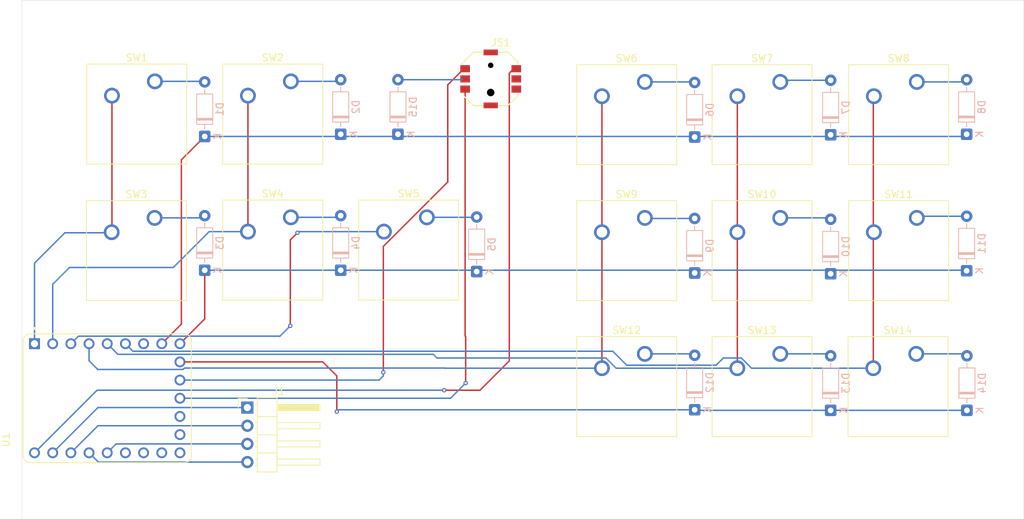
<source format=kicad_pcb>
(kicad_pcb (version 20241229) (generator "pcbnew") (generator_version "9.0")
  (layers (0 "F.Cu" signal) (2 "B.Cu" signal) (13 "F.Paste" user) (15 "B.Paste" user) (5 "F.SilkS" user "F.Silkscreen") (7 "B.SilkS" user "B.Silkscreen") (1 "F.Mask" user) (3 "B.Mask" user) (25 "Edge.Cuts" user))
  (net 0 "")
  (net 1 "Net-(D1-A)")
  (net 2 "row1")
  (net 3 "Net-(D2-A)")
  (net 4 "Net-(D3-A)")
  (net 5 "Net-(D4-A)")
  (net 6 "row0")
  (net 7 "Net-(D5-A)")
  (net 8 "Net-(D6-A)")
  (net 9 "Net-(D7-A)")
  (net 10 "Net-(D8-A)")
  (net 11 "Net-(D9-A)")
  (net 12 "Net-(D10-A)")
  (net 13 "Net-(D11-A)")
  (net 14 "row2")
  (net 15 "Net-(D12-A)")
  (net 16 "Net-(D13-A)")
  (net 17 "Net-(D14-A)")
  (net 18 "/SDA")
  (net 19 "/3V3")
  (net 20 "/SCL")
  (net 21 "/GND")
  (net 25 "/col0")
  (net 29 "/col2")
  (net 30 "/col1")
  (net 31 "/col3")
  (net 32 "/col4")
  (net 34 "/col5")
  (net 35 "/JS_Y")
  (net 36 "/JS_X")
  (net 37 "/JS1VCC")
  (net 38 "Net-(D15-A)")
  (footprint "RP2040-ZERO:MODULE_RP2040-ZERO" (layer "F.Cu") (at 93.42 115.62 90)
    (property "Reference" "U1" (at -5.825 -14.135 90) (layer "F.SilkS"))
    (property "Value" "RP2040-ZERO")
    (fp_line (start 8 -11.75) (end -8 -11.75) (stroke (width 0.127)) (layer "F.SilkS"))
    (fp_line (start -9 -10.75) (end -9 10.75) (stroke (width 0.127)) (layer "F.SilkS"))
    (fp_line (start 9 10.75) (end 9 -10.75) (stroke (width 0.127)) (layer "F.SilkS"))
    (fp_line (start -8 11.75) (end 8 11.75) (stroke (width 0.127)) (layer "F.SilkS"))
    (fp_arc (start 8 -11.75) (mid 8.707107 -11.457107) (end 9 -10.75) (stroke (width 0.127)) (layer "F.SilkS"))
    (fp_arc (start -9 -10.75) (mid -8.707107 -11.457107) (end -8 -11.75) (stroke (width 0.127)) (layer "F.SilkS"))
    (fp_arc (start 9 10.75) (mid 8.707107 11.457107) (end 8 11.75) (stroke (width 0.127)) (layer "F.SilkS"))
    (fp_arc (start -8 11.75) (mid -8.707107 11.457107) (end -9 10.75) (stroke (width 0.127)) (layer "F.SilkS"))
    (fp_circle (center 9.75 -10.16) (end 9.85 -10.16) (stroke (width 0.2)) (fill no) (layer "F.SilkS"))
    (pad "1" thru_hole rect (at 7.62 -10.16 90) (size 1.508 1.508) (drill 1) (layers "*.Cu" "*.Mask") (net 25 "/col0"))
    (pad "2" thru_hole circle (at 7.62 -7.62 90) (size 1.508 1.508) (drill 1) (layers "*.Cu" "*.Mask") (net 30 "/col1"))
    (pad "3" thru_hole circle (at 7.62 -5.08 90) (size 1.508 1.508) (drill 1) (layers "*.Cu" "*.Mask") (net 29 "/col2"))
    (pad "4" thru_hole circle (at 7.62 -2.54 90) (size 1.508 1.508) (drill 1) (layers "*.Cu" "*.Mask") (net 31 "/col3"))
    (pad "5" thru_hole circle (at 7.62 0 90) (size 1.508 1.508) (drill 1) (layers "*.Cu" "*.Mask") (net 32 "/col4"))
    (pad "6" thru_hole circle (at 7.62 2.54 90) (size 1.508 1.508) (drill 1) (layers "*.Cu" "*.Mask") (net 34 "/col5"))
    (pad "7" thru_hole circle (at 7.62 5.08 90) (size 1.508 1.508) (drill 1) (layers "*.Cu" "*.Mask"))
    (pad "8" thru_hole circle (at 7.62 7.62 90) (size 1.508 1.508) (drill 1) (layers "*.Cu" "*.Mask") (net 6 "row0"))
    (pad "9" thru_hole circle (at 7.62 10.16 90) (size 1.508 1.508) (drill 1) (layers "*.Cu" "*.Mask") (net 2 "row1"))
    (pad "10" thru_hole circle (at 5.08 10.16 90) (size 1.508 1.508) (drill 1) (layers "*.Cu" "*.Mask") (net 14 "row2"))
    (pad "11" thru_hole circle (at 2.54 10.16 90) (size 1.508 1.508) (drill 1) (layers "*.Cu" "*.Mask") (net 36 "/JS_X"))
    (pad "12" thru_hole circle (at 0 10.16 90) (size 1.508 1.508) (drill 1) (layers "*.Cu" "*.Mask") (net 35 "/JS_Y"))
    (pad "13" thru_hole circle (at -2.54 10.16 90) (size 1.508 1.508) (drill 1) (layers "*.Cu" "*.Mask"))
    (pad "14" thru_hole circle (at -5.08 10.16 90) (size 1.508 1.508) (drill 1) (layers "*.Cu" "*.Mask"))
    (pad "15" thru_hole circle (at -7.62 10.16 90) (size 1.508 1.508) (drill 1) (layers "*.Cu" "*.Mask"))
    (pad "16" thru_hole circle (at -7.62 7.62 90) (size 1.508 1.508) (drill 1) (layers "*.Cu" "*.Mask"))
    (pad "17" thru_hole circle (at -7.62 5.08 90) (size 1.508 1.508) (drill 1) (layers "*.Cu" "*.Mask"))
    (pad "18" thru_hole circle (at -7.62 2.54 90) (size 1.508 1.508) (drill 1) (layers "*.Cu" "*.Mask"))
    (pad "19" thru_hole circle (at -7.62 0 90) (size 1.508 1.508) (drill 1) (layers "*.Cu" "*.Mask") (net 20 "/SCL"))
    (pad "20" thru_hole circle (at -7.62 -2.54 90) (size 1.508 1.508) (drill 1) (layers "*.Cu" "*.Mask") (net 18 "/SDA"))
    (pad "21" thru_hole circle (at -7.62 -5.08 90) (size 1.508 1.508) (drill 1) (layers "*.Cu" "*.Mask") (net 19 "/3V3"))
    (pad "22" thru_hole circle (at -7.62 -7.62 90) (size 1.508 1.508) (drill 1) (layers "*.Cu" "*.Mask") (net 21 "/GND"))
    (pad "23" thru_hole circle (at -7.62 -10.16 90) (size 1.508 1.508) (drill 1) (layers "*.Cu" "*.Mask") (net 37 "/JS1VCC"))
  )
  (footprint "Button_Switch_Keyboard:SW_Cherry_MX_1.00u_PCB" (layer "F.Cu") (at 187.46 108.92)
    (property "Reference" "SW13" (at -2.54 -2.794 0) (layer "F.SilkS"))
    (property "Value" "SW_Push")
    (fp_line (start -9.525 -1.905) (end 4.445 -1.905) (stroke (width 0.12)) (layer "F.SilkS"))
    (fp_line (start -9.525 12.065) (end -9.525 -1.905) (stroke (width 0.12)) (layer "F.SilkS"))
    (fp_line (start 4.445 -1.905) (end 4.445 12.065) (stroke (width 0.12)) (layer "F.SilkS"))
    (fp_line (start 4.445 12.065) (end -9.525 12.065) (stroke (width 0.12)) (layer "F.SilkS"))
    (pad "" np_thru_hole circle (at -7.62 5.08) (size 1.7 1.7) (drill 1.7) (layers "*.Cu" "*.Mask"))
    (pad "" np_thru_hole circle (at -2.54 5.08) (size 4 4) (drill 4) (layers "*.Cu" "*.Mask"))
    (pad "" np_thru_hole circle (at 2.54 5.08) (size 1.7 1.7) (drill 1.7) (layers "*.Cu" "*.Mask"))
    (pad "1" thru_hole circle (at -6 2.5) (size 2.2 2.2) (drill 1.5) (layers "*.Cu" "*.Mask") (net 32 "/col4"))
    (pad "2" thru_hole circle (at 0 0.5) (size 2.2 2.2) (drill 1.5) (layers "*.Cu" "*.Mask") (net 16 "Net-(D13-A)"))
  )
  (footprint "Button_Switch_Keyboard:SW_Cherry_MX_1.00u_PCB" (layer "F.Cu") (at 206.54 70.92)
    (property "Reference" "SW8" (at -2.54 -2.794 0) (layer "F.SilkS"))
    (property "Value" "SW_Push")
    (fp_line (start -9.525 -1.905) (end 4.445 -1.905) (stroke (width 0.12)) (layer "F.SilkS"))
    (fp_line (start -9.525 12.065) (end -9.525 -1.905) (stroke (width 0.12)) (layer "F.SilkS"))
    (fp_line (start 4.445 -1.905) (end 4.445 12.065) (stroke (width 0.12)) (layer "F.SilkS"))
    (fp_line (start 4.445 12.065) (end -9.525 12.065) (stroke (width 0.12)) (layer "F.SilkS"))
    (pad "" np_thru_hole circle (at -7.62 5.08) (size 1.7 1.7) (drill 1.7) (layers "*.Cu" "*.Mask"))
    (pad "" np_thru_hole circle (at -2.54 5.08) (size 4 4) (drill 4) (layers "*.Cu" "*.Mask"))
    (pad "" np_thru_hole circle (at 2.54 5.08) (size 1.7 1.7) (drill 1.7) (layers "*.Cu" "*.Mask"))
    (pad "1" thru_hole circle (at -6 2.5) (size 2.2 2.2) (drill 1.5) (layers "*.Cu" "*.Mask") (net 34 "/col5"))
    (pad "2" thru_hole circle (at 0 0.5) (size 2.2 2.2) (drill 1.5) (layers "*.Cu" "*.Mask") (net 10 "Net-(D8-A)"))
  )
  (footprint "Button_Switch_Keyboard:SW_Cherry_MX_1.00u_PCB" (layer "F.Cu") (at 119.08 89.84)
    (property "Reference" "SW4" (at -2.54 -2.794 0) (layer "F.SilkS"))
    (property "Value" "SW_Push" (hide yes))
    (fp_line (start -9.525 -1.905) (end 4.445 -1.905) (stroke (width 0.12)) (layer "F.SilkS"))
    (fp_line (start -9.525 12.065) (end -9.525 -1.905) (stroke (width 0.12)) (layer "F.SilkS"))
    (fp_line (start 4.445 -1.905) (end 4.445 12.065) (stroke (width 0.12)) (layer "F.SilkS"))
    (fp_line (start 4.445 12.065) (end -9.525 12.065) (stroke (width 0.12)) (layer "F.SilkS"))
    (pad "" np_thru_hole circle (at -7.62 5.08) (size 1.7 1.7) (drill 1.7) (layers "*.Cu" "*.Mask"))
    (pad "" np_thru_hole circle (at -2.54 5.08) (size 4 4) (drill 4) (layers "*.Cu" "*.Mask"))
    (pad "" np_thru_hole circle (at 2.54 5.08) (size 1.7 1.7) (drill 1.7) (layers "*.Cu" "*.Mask"))
    (pad "1" thru_hole circle (at -6 2.5) (size 2.2 2.2) (drill 1.5) (layers "*.Cu" "*.Mask") (net 30 "/col1"))
    (pad "2" thru_hole circle (at 0 0.5) (size 2.2 2.2) (drill 1.5) (layers "*.Cu" "*.Mask") (net 5 "Net-(D4-A)"))
  )
  (footprint "Button_Switch_Keyboard:SW_Cherry_MX_1.00u_PCB" (layer "F.Cu") (at 206.54 89.92)
    (property "Reference" "SW11" (at -2.54 -2.794 0) (layer "F.SilkS"))
    (property "Value" "SW_Push")
    (fp_line (start -9.525 -1.905) (end 4.445 -1.905) (stroke (width 0.12)) (layer "F.SilkS"))
    (fp_line (start -9.525 12.065) (end -9.525 -1.905) (stroke (width 0.12)) (layer "F.SilkS"))
    (fp_line (start 4.445 -1.905) (end 4.445 12.065) (stroke (width 0.12)) (layer "F.SilkS"))
    (fp_line (start 4.445 12.065) (end -9.525 12.065) (stroke (width 0.12)) (layer "F.SilkS"))
    (pad "" np_thru_hole circle (at -7.62 5.08) (size 1.7 1.7) (drill 1.7) (layers "*.Cu" "*.Mask"))
    (pad "" np_thru_hole circle (at -2.54 5.08) (size 4 4) (drill 4) (layers "*.Cu" "*.Mask"))
    (pad "" np_thru_hole circle (at 2.54 5.08) (size 1.7 1.7) (drill 1.7) (layers "*.Cu" "*.Mask"))
    (pad "1" thru_hole circle (at -6 2.5) (size 2.2 2.2) (drill 1.5) (layers "*.Cu" "*.Mask") (net 34 "/col5"))
    (pad "2" thru_hole circle (at 0 0.5) (size 2.2 2.2) (drill 1.5) (layers "*.Cu" "*.Mask") (net 13 "Net-(D11-A)"))
  )
  (footprint "Button_Switch_Keyboard:SW_Cherry_MX_1.00u_PCB" (layer "F.Cu") (at 119.08 70.84)
    (property "Reference" "SW2" (at -2.54 -2.794 0) (layer "F.SilkS"))
    (property "Value" "SW_Push")
    (fp_line (start -9.525 -1.905) (end 4.445 -1.905) (stroke (width 0.12)) (layer "F.SilkS"))
    (fp_line (start -9.525 12.065) (end -9.525 -1.905) (stroke (width 0.12)) (layer "F.SilkS"))
    (fp_line (start 4.445 -1.905) (end 4.445 12.065) (stroke (width 0.12)) (layer "F.SilkS"))
    (fp_line (start 4.445 12.065) (end -9.525 12.065) (stroke (width 0.12)) (layer "F.SilkS"))
    (pad "" np_thru_hole circle (at -7.62 5.08) (size 1.7 1.7) (drill 1.7) (layers "*.Cu" "*.Mask"))
    (pad "" np_thru_hole circle (at -2.54 5.08) (size 4 4) (drill 4) (layers "*.Cu" "*.Mask"))
    (pad "" np_thru_hole circle (at 2.54 5.08) (size 1.7 1.7) (drill 1.7) (layers "*.Cu" "*.Mask"))
    (pad "1" thru_hole circle (at -6 2.5) (size 2.2 2.2) (drill 1.5) (layers "*.Cu" "*.Mask") (net 30 "/col1"))
    (pad "2" thru_hole circle (at 0 0.5) (size 2.2 2.2) (drill 1.5) (layers "*.Cu" "*.Mask") (net 3 "Net-(D2-A)"))
  )
  (footprint "Connector_PinHeader_2.54mm:PinHeader_1x04_P2.54mm_Horizontal" (layer "F.Cu") (at 113 116.92)
    (property "Reference" "J1" (at 4.385 -2.27 0) (layer "F.SilkS"))
    (property "Value" "Conn_01x04")
    (fp_line (start -1.27 -1.27) (end 0 -1.27) (stroke (width 0.12)) (layer "F.SilkS"))
    (fp_line (start -1.27 0) (end -1.27 -1.27) (stroke (width 0.12)) (layer "F.SilkS"))
    (fp_line (start 1.077358 2.11) (end 1.39 2.11) (stroke (width 0.12)) (layer "F.SilkS"))
    (fp_line (start 1.077358 2.97) (end 1.39 2.97) (stroke (width 0.12)) (layer "F.SilkS"))
    (fp_line (start 1.077358 4.65) (end 1.39 4.65) (stroke (width 0.12)) (layer "F.SilkS"))
    (fp_line (start 1.077358 5.51) (end 1.39 5.51) (stroke (width 0.12)) (layer "F.SilkS"))
    (fp_line (start 1.077358 7.19) (end 1.39 7.19) (stroke (width 0.12)) (layer "F.SilkS"))
    (fp_line (start 1.077358 8.05) (end 1.39 8.05) (stroke (width 0.12)) (layer "F.SilkS"))
    (fp_line (start 1.16 -0.43) (end 1.39 -0.43) (stroke (width 0.12)) (layer "F.SilkS"))
    (fp_line (start 1.16 0.43) (end 1.39 0.43) (stroke (width 0.12)) (layer "F.SilkS"))
    (fp_line (start 1.39 -1.38) (end 1.39 9) (stroke (width 0.12)) (layer "F.SilkS"))
    (fp_line (start 1.39 1.27) (end 4.15 1.27) (stroke (width 0.12)) (layer "F.SilkS"))
    (fp_line (start 1.39 3.81) (end 4.15 3.81) (stroke (width 0.12)) (layer "F.SilkS"))
    (fp_line (start 1.39 6.35) (end 4.15 6.35) (stroke (width 0.12)) (layer "F.SilkS"))
    (fp_line (start 1.39 9) (end 4.15 9) (stroke (width 0.12)) (layer "F.SilkS"))
    (fp_line (start 4.15 -1.38) (end 1.39 -1.38) (stroke (width 0.12)) (layer "F.SilkS"))
    (fp_line (start 4.15 2.11) (end 10.15 2.11) (stroke (width 0.12)) (layer "F.SilkS"))
    (fp_line (start 4.15 4.65) (end 10.15 4.65) (stroke (width 0.12)) (layer "F.SilkS"))
    (fp_line (start 4.15 7.19) (end 10.15 7.19) (stroke (width 0.12)) (layer "F.SilkS"))
    (fp_line (start 4.15 9) (end 4.15 -1.38) (stroke (width 0.12)) (layer "F.SilkS"))
    (fp_line (start 10.15 2.11) (end 10.15 2.97) (stroke (width 0.12)) (layer "F.SilkS"))
    (fp_line (start 10.15 2.97) (end 4.15 2.97) (stroke (width 0.12)) (layer "F.SilkS"))
    (fp_line (start 10.15 4.65) (end 10.15 5.51) (stroke (width 0.12)) (layer "F.SilkS"))
    (fp_line (start 10.15 5.51) (end 4.15 5.51) (stroke (width 0.12)) (layer "F.SilkS"))
    (fp_line (start 10.15 7.19) (end 10.15 8.05) (stroke (width 0.12)) (layer "F.SilkS"))
    (fp_line (start 10.15 8.05) (end 4.15 8.05) (stroke (width 0.12)) (layer "F.SilkS"))
    (fp_rect (start 4.15 -0.43) (end 10.15 0.43) (stroke (width 0.12)) (fill yes) (layer "F.SilkS"))
    (pad "1" thru_hole rect (at 0 0) (size 1.7 1.7) (drill 1) (layers "*.Cu" "*.Mask") (net 21 "/GND"))
    (pad "2" thru_hole circle (at 0 2.54) (size 1.7 1.7) (drill 1) (layers "*.Cu" "*.Mask") (net 19 "/3V3"))
    (pad "3" thru_hole circle (at 0 5.08) (size 1.7 1.7) (drill 1) (layers "*.Cu" "*.Mask") (net 20 "/SCL"))
    (pad "4" thru_hole circle (at 0 7.62) (size 1.7 1.7) (drill 1) (layers "*.Cu" "*.Mask") (net 18 "/SDA"))
  )
  (footprint "Button_Switch_Keyboard:SW_Cherry_MX_1.00u_PCB" (layer "F.Cu") (at 187.46 70.92)
    (property "Reference" "SW7" (at -2.54 -2.794 0) (layer "F.SilkS"))
    (property "Value" "SW_Push")
    (fp_line (start -9.525 -1.905) (end 4.445 -1.905) (stroke (width 0.12)) (layer "F.SilkS"))
    (fp_line (start -9.525 12.065) (end -9.525 -1.905) (stroke (width 0.12)) (layer "F.SilkS"))
    (fp_line (start 4.445 -1.905) (end 4.445 12.065) (stroke (width 0.12)) (layer "F.SilkS"))
    (fp_line (start 4.445 12.065) (end -9.525 12.065) (stroke (width 0.12)) (layer "F.SilkS"))
    (pad "" np_thru_hole circle (at -7.62 5.08) (size 1.7 1.7) (drill 1.7) (layers "*.Cu" "*.Mask"))
    (pad "" np_thru_hole circle (at -2.54 5.08) (size 4 4) (drill 4) (layers "*.Cu" "*.Mask"))
    (pad "" np_thru_hole circle (at 2.54 5.08) (size 1.7 1.7) (drill 1.7) (layers "*.Cu" "*.Mask"))
    (pad "1" thru_hole circle (at -6 2.5) (size 2.2 2.2) (drill 1.5) (layers "*.Cu" "*.Mask") (net 32 "/col4"))
    (pad "2" thru_hole circle (at 0 0.5) (size 2.2 2.2) (drill 1.5) (layers "*.Cu" "*.Mask") (net 9 "Net-(D7-A)"))
  )
  (footprint "Button_Switch_Keyboard:SW_Cherry_MX_1.00u_PCB" (layer "F.Cu") (at 138.08 89.84)
    (property "Reference" "SW5" (at -2.54 -2.794 0) (layer "F.SilkS"))
    (property "Value" "SW_Push")
    (fp_line (start -9.525 -1.905) (end 4.445 -1.905) (stroke (width 0.12)) (layer "F.SilkS"))
    (fp_line (start -9.525 12.065) (end -9.525 -1.905) (stroke (width 0.12)) (layer "F.SilkS"))
    (fp_line (start 4.445 -1.905) (end 4.445 12.065) (stroke (width 0.12)) (layer "F.SilkS"))
    (fp_line (start 4.445 12.065) (end -9.525 12.065) (stroke (width 0.12)) (layer "F.SilkS"))
    (pad "" np_thru_hole circle (at -7.62 5.08) (size 1.7 1.7) (drill 1.7) (layers "*.Cu" "*.Mask"))
    (pad "" np_thru_hole circle (at -2.54 5.08) (size 4 4) (drill 4) (layers "*.Cu" "*.Mask"))
    (pad "" np_thru_hole circle (at 2.54 5.08) (size 1.7 1.7) (drill 1.7) (layers "*.Cu" "*.Mask"))
    (pad "1" thru_hole circle (at -6 2.5) (size 2.2 2.2) (drill 1.5) (layers "*.Cu" "*.Mask") (net 29 "/col2"))
    (pad "2" thru_hole circle (at 0 0.5) (size 2.2 2.2) (drill 1.5) (layers "*.Cu" "*.Mask") (net 7 "Net-(D5-A)"))
  )
  (footprint "joy:SW_SKRHABE010_SMD" (layer "F.Cu") (at 147 71)
    (property "Reference" "JS1" (at 0 -4.5 0) (layer "F.SilkS") (effects (justify left bottom)))
    (property "Value" "joystick_analog")
    (fp_line (start -3.75 -2.4) (end -2.4 -3.75) (stroke (width 0.15)) (layer "F.SilkS"))
    (fp_line (start -3.75 2.4) (end -3.75 2.05) (stroke (width 0.15)) (layer "F.SilkS"))
    (fp_line (start -3.75 2.4) (end -2.4 3.75) (stroke (width 0.15)) (layer "F.SilkS"))
    (fp_line (start -1.1 -3.75) (end -2.4 -3.75) (stroke (width 0.15)) (layer "F.SilkS"))
    (fp_line (start -1.1 3.75) (end -2.4 3.75) (stroke (width 0.15)) (layer "F.SilkS"))
    (fp_line (start 1.1 -3.75) (end 2.4 -3.75) (stroke (width 0.15)) (layer "F.SilkS"))
    (fp_line (start 1.1 3.75) (end 2.4 3.75) (stroke (width 0.15)) (layer "F.SilkS"))
    (fp_line (start 3.75 -2.4) (end 2.4 -3.75) (stroke (width 0.15)) (layer "F.SilkS"))
    (fp_line (start 3.75 -2.4) (end 3.75 -2.05) (stroke (width 0.15)) (layer "F.SilkS"))
    (fp_line (start 3.75 2.4) (end 2.4 3.75) (stroke (width 0.15)) (layer "F.SilkS"))
    (fp_line (start 3.75 2.4) (end 3.75 2.05) (stroke (width 0.15)) (layer "F.SilkS"))
    (fp_circle (center -4 -2.125) (end -3.95 -2.125) (stroke (width 0.15)) (fill yes) (layer "F.SilkS"))
    (pad "" np_thru_hole circle (at 0 -1.9) (size 0.75 0.75) (drill 0.75) (layers "*.Mask"))
    (pad "" np_thru_hole circle (at 0 1.9) (size 1.05 1.05) (drill 1.05) (layers "*.Mask"))
    (pad "1" smd rect (at -3.575 -1.425 90) (size 1 1.35) (layers "F.Cu" "F.Mask" "F.Paste") (net 36 "/JS_X"))
    (pad "2" smd rect (at -3.575 0 90) (size 1 1.35) (layers "F.Cu" "F.Mask" "F.Paste") (net 38 "Net-(D15-A)"))
    (pad "3" smd rect (at -3.575 1.425 90) (size 1 1.35) (layers "F.Cu" "F.Mask" "F.Paste") (net 35 "/JS_Y"))
    (pad "4" smd rect (at 3.575 -1.425 90) (size 1 1.35) (layers "F.Cu" "F.Mask" "F.Paste") (net 37 "/JS1VCC"))
    (pad "5" smd rect (at 3.575 0 90) (size 1 1.35) (layers "F.Cu" "F.Mask" "F.Paste"))
    (pad "6" smd rect (at 3.575 1.425 90) (size 1 1.35) (layers "F.Cu" "F.Mask" "F.Paste"))
    (pad "MP" smd rect (at 0 -3.7 90) (size 0.8 2) (layers "F.Cu" "F.Mask" "F.Paste"))
    (pad "MP" smd rect (at 0 3.7 90) (size 0.8 2) (layers "F.Cu" "F.Mask" "F.Paste"))
  )
  (footprint "Button_Switch_Keyboard:SW_Cherry_MX_1.00u_PCB" (layer "F.Cu") (at 168.54 89.92)
    (property "Reference" "SW9" (at -2.54 -2.794 0) (layer "F.SilkS"))
    (property "Value" "SW_Push")
    (fp_line (start -9.525 -1.905) (end 4.445 -1.905) (stroke (width 0.12)) (layer "F.SilkS"))
    (fp_line (start -9.525 12.065) (end -9.525 -1.905) (stroke (width 0.12)) (layer "F.SilkS"))
    (fp_line (start 4.445 -1.905) (end 4.445 12.065) (stroke (width 0.12)) (layer "F.SilkS"))
    (fp_line (start 4.445 12.065) (end -9.525 12.065) (stroke (width 0.12)) (layer "F.SilkS"))
    (pad "" np_thru_hole circle (at -7.62 5.08) (size 1.7 1.7) (drill 1.7) (layers "*.Cu" "*.Mask"))
    (pad "" np_thru_hole circle (at -2.54 5.08) (size 4 4) (drill 4) (layers "*.Cu" "*.Mask"))
    (pad "" np_thru_hole circle (at 2.54 5.08) (size 1.7 1.7) (drill 1.7) (layers "*.Cu" "*.Mask"))
    (pad "1" thru_hole circle (at -6 2.5) (size 2.2 2.2) (drill 1.5) (layers "*.Cu" "*.Mask") (net 31 "/col3"))
    (pad "2" thru_hole circle (at 0 0.5) (size 2.2 2.2) (drill 1.5) (layers "*.Cu" "*.Mask") (net 11 "Net-(D9-A)"))
  )
  (footprint "Button_Switch_Keyboard:SW_Cherry_MX_1.00u_PCB" (layer "F.Cu") (at 100.04 89.92)
    (property "Reference" "SW3" (at -2.54 -2.794 0) (layer "F.SilkS"))
    (property "Value" "SW_Push")
    (fp_line (start -9.525 -1.905) (end 4.445 -1.905) (stroke (width 0.12)) (layer "F.SilkS"))
    (fp_line (start -9.525 12.065) (end -9.525 -1.905) (stroke (width 0.12)) (layer "F.SilkS"))
    (fp_line (start 4.445 -1.905) (end 4.445 12.065) (stroke (width 0.12)) (layer "F.SilkS"))
    (fp_line (start 4.445 12.065) (end -9.525 12.065) (stroke (width 0.12)) (layer "F.SilkS"))
    (pad "" np_thru_hole circle (at -7.62 5.08) (size 1.7 1.7) (drill 1.7) (layers "*.Cu" "*.Mask"))
    (pad "" np_thru_hole circle (at -2.54 5.08) (size 4 4) (drill 4) (layers "*.Cu" "*.Mask"))
    (pad "" np_thru_hole circle (at 2.54 5.08) (size 1.7 1.7) (drill 1.7) (layers "*.Cu" "*.Mask"))
    (pad "1" thru_hole circle (at -6 2.5) (size 2.2 2.2) (drill 1.5) (layers "*.Cu" "*.Mask") (net 25 "/col0"))
    (pad "2" thru_hole circle (at 0 0.5) (size 2.2 2.2) (drill 1.5) (layers "*.Cu" "*.Mask") (net 4 "Net-(D3-A)"))
  )
  (footprint "Button_Switch_Keyboard:SW_Cherry_MX_1.00u_PCB" (layer "F.Cu") (at 206.46 108.92)
    (property "Reference" "SW14" (at -2.54 -2.794 0) (layer "F.SilkS"))
    (property "Value" "SW_Push")
    (fp_line (start -9.525 -1.905) (end 4.445 -1.905) (stroke (width 0.12)) (layer "F.SilkS"))
    (fp_line (start -9.525 12.065) (end -9.525 -1.905) (stroke (width 0.12)) (layer "F.SilkS"))
    (fp_line (start 4.445 -1.905) (end 4.445 12.065) (stroke (width 0.12)) (layer "F.SilkS"))
    (fp_line (start 4.445 12.065) (end -9.525 12.065) (stroke (width 0.12)) (layer "F.SilkS"))
    (pad "" np_thru_hole circle (at -7.62 5.08) (size 1.7 1.7) (drill 1.7) (layers "*.Cu" "*.Mask"))
    (pad "" np_thru_hole circle (at -2.54 5.08) (size 4 4) (drill 4) (layers "*.Cu" "*.Mask"))
    (pad "" np_thru_hole circle (at 2.54 5.08) (size 1.7 1.7) (drill 1.7) (layers "*.Cu" "*.Mask"))
    (pad "1" thru_hole circle (at -6 2.5) (size 2.2 2.2) (drill 1.5) (layers "*.Cu" "*.Mask") (net 34 "/col5"))
    (pad "2" thru_hole circle (at 0 0.5) (size 2.2 2.2) (drill 1.5) (layers "*.Cu" "*.Mask") (net 17 "Net-(D14-A)"))
  )
  (footprint "Button_Switch_Keyboard:SW_Cherry_MX_1.00u_PCB" (layer "F.Cu") (at 100.08 70.84)
    (property "Reference" "SW1" (at -2.54 -2.794 0) (layer "F.SilkS"))
    (property "Value" "SW_Push")
    (fp_line (start -9.525 -1.905) (end 4.445 -1.905) (stroke (width 0.12)) (layer "F.SilkS"))
    (fp_line (start -9.525 12.065) (end -9.525 -1.905) (stroke (width 0.12)) (layer "F.SilkS"))
    (fp_line (start 4.445 -1.905) (end 4.445 12.065) (stroke (width 0.12)) (layer "F.SilkS"))
    (fp_line (start 4.445 12.065) (end -9.525 12.065) (stroke (width 0.12)) (layer "F.SilkS"))
    (pad "" np_thru_hole circle (at -7.62 5.08) (size 1.7 1.7) (drill 1.7) (layers "*.Cu" "*.Mask"))
    (pad "" np_thru_hole circle (at -2.54 5.08) (size 4 4) (drill 4) (layers "*.Cu" "*.Mask"))
    (pad "" np_thru_hole circle (at 2.54 5.08) (size 1.7 1.7) (drill 1.7) (layers "*.Cu" "*.Mask"))
    (pad "1" thru_hole circle (at -6 2.5) (size 2.2 2.2) (drill 1.5) (layers "*.Cu" "*.Mask") (net 25 "/col0"))
    (pad "2" thru_hole circle (at 0 0.5) (size 2.2 2.2) (drill 1.5) (layers "*.Cu" "*.Mask") (net 1 "Net-(D1-A)"))
  )
  (footprint "Button_Switch_Keyboard:SW_Cherry_MX_1.00u_PCB" (layer "F.Cu") (at 168.54 70.92)
    (property "Reference" "SW6" (at -2.54 -2.794 0) (layer "F.SilkS"))
    (property "Value" "SW_Push")
    (fp_line (start -9.525 -1.905) (end 4.445 -1.905) (stroke (width 0.12)) (layer "F.SilkS"))
    (fp_line (start -9.525 12.065) (end -9.525 -1.905) (stroke (width 0.12)) (layer "F.SilkS"))
    (fp_line (start 4.445 -1.905) (end 4.445 12.065) (stroke (width 0.12)) (layer "F.SilkS"))
    (fp_line (start 4.445 12.065) (end -9.525 12.065) (stroke (width 0.12)) (layer "F.SilkS"))
    (pad "" np_thru_hole circle (at -7.62 5.08) (size 1.7 1.7) (drill 1.7) (layers "*.Cu" "*.Mask"))
    (pad "" np_thru_hole circle (at -2.54 5.08) (size 4 4) (drill 4) (layers "*.Cu" "*.Mask"))
    (pad "" np_thru_hole circle (at 2.54 5.08) (size 1.7 1.7) (drill 1.7) (layers "*.Cu" "*.Mask"))
    (pad "1" thru_hole circle (at -6 2.5) (size 2.2 2.2) (drill 1.5) (layers "*.Cu" "*.Mask") (net 31 "/col3"))
    (pad "2" thru_hole circle (at 0 0.5) (size 2.2 2.2) (drill 1.5) (layers "*.Cu" "*.Mask") (net 8 "Net-(D6-A)"))
  )
  (footprint "Button_Switch_Keyboard:SW_Cherry_MX_1.00u_PCB" (layer "F.Cu") (at 168.54 108.92)
    (property "Reference" "SW12" (at -2.54 -2.794 0) (layer "F.SilkS"))
    (property "Value" "SW_Push")
    (fp_line (start -9.525 -1.905) (end 4.445 -1.905) (stroke (width 0.12)) (layer "F.SilkS"))
    (fp_line (start -9.525 12.065) (end -9.525 -1.905) (stroke (width 0.12)) (layer "F.SilkS"))
    (fp_line (start 4.445 -1.905) (end 4.445 12.065) (stroke (width 0.12)) (layer "F.SilkS"))
    (fp_line (start 4.445 12.065) (end -9.525 12.065) (stroke (width 0.12)) (layer "F.SilkS"))
    (pad "" np_thru_hole circle (at -7.62 5.08) (size 1.7 1.7) (drill 1.7) (layers "*.Cu" "*.Mask"))
    (pad "" np_thru_hole circle (at -2.54 5.08) (size 4 4) (drill 4) (layers "*.Cu" "*.Mask"))
    (pad "" np_thru_hole circle (at 2.54 5.08) (size 1.7 1.7) (drill 1.7) (layers "*.Cu" "*.Mask"))
    (pad "1" thru_hole circle (at -6 2.5) (size 2.2 2.2) (drill 1.5) (layers "*.Cu" "*.Mask") (net 31 "/col3"))
    (pad "2" thru_hole circle (at 0 0.5) (size 2.2 2.2) (drill 1.5) (layers "*.Cu" "*.Mask") (net 15 "Net-(D12-A)"))
  )
  (footprint "Button_Switch_Keyboard:SW_Cherry_MX_1.00u_PCB" (layer "F.Cu") (at 187.46 89.92)
    (property "Reference" "SW10" (at -2.54 -2.794 0) (layer "F.SilkS"))
    (property "Value" "SW_Push")
    (fp_line (start -9.525 -1.905) (end 4.445 -1.905) (stroke (width 0.12)) (layer "F.SilkS"))
    (fp_line (start -9.525 12.065) (end -9.525 -1.905) (stroke (width 0.12)) (layer "F.SilkS"))
    (fp_line (start 4.445 -1.905) (end 4.445 12.065) (stroke (width 0.12)) (layer "F.SilkS"))
    (fp_line (start 4.445 12.065) (end -9.525 12.065) (stroke (width 0.12)) (layer "F.SilkS"))
    (pad "" np_thru_hole circle (at -7.62 5.08) (size 1.7 1.7) (drill 1.7) (layers "*.Cu" "*.Mask"))
    (pad "" np_thru_hole circle (at -2.54 5.08) (size 4 4) (drill 4) (layers "*.Cu" "*.Mask"))
    (pad "" np_thru_hole circle (at 2.54 5.08) (size 1.7 1.7) (drill 1.7) (layers "*.Cu" "*.Mask"))
    (pad "1" thru_hole circle (at -6 2.5) (size 2.2 2.2) (drill 1.5) (layers "*.Cu" "*.Mask") (net 32 "/col4"))
    (pad "2" thru_hole circle (at 0 0.5) (size 2.2 2.2) (drill 1.5) (layers "*.Cu" "*.Mask") (net 12 "Net-(D10-A)"))
  )
  (footprint "Diode_THT:D_DO-35_SOD27_P7.62mm_Horizontal" (layer "B.Cu") (at 145.04 97.92 90)
    (property "Reference" "D5" (at 3.81 2.12 90) (layer "B.SilkS") (effects (justify mirror)))
    (property "Value" "D")
    (fp_line (start 6.58 0) (end 5.93 0) (stroke (width 0.12)) (layer "B.SilkS"))
    (fp_line (start 1.04 0) (end 1.69 0) (stroke (width 0.12)) (layer "B.SilkS"))
    (fp_line (start 2.53 1.12) (end 2.53 -1.12) (stroke (width 0.12)) (layer "B.SilkS"))
    (fp_line (start 2.41 1.12) (end 2.41 -1.12) (stroke (width 0.12)) (layer "B.SilkS"))
    (fp_line (start 2.29 1.12) (end 2.29 -1.12) (stroke (width 0.12)) (layer "B.SilkS"))
    (fp_rect (start 1.69 1.12) (end 5.93 -1.12) (stroke (width 0.12)) (fill no) (layer "B.SilkS"))
    (fp_text user "K" (at 0 1.8 90) (layer "B.SilkS") (effects (justify mirror)))
    (pad "1" thru_hole roundrect (at 0 0 90) (size 1.6 1.6) (drill 0.8) (layers "*.Cu" "*.Mask") (roundrect_rratio 0.15625) (net 2 "row1"))
    (pad "2" thru_hole circle (at 7.62 0 90) (size 1.6 1.6) (drill 0.8) (layers "*.Cu" "*.Mask") (net 7 "Net-(D5-A)"))
  )
  (footprint "Diode_THT:D_DO-35_SOD27_P7.62mm_Horizontal" (layer "B.Cu") (at 213.5 97.81 90)
    (property "Reference" "D11" (at 3.81 2.12 90) (layer "B.SilkS") (effects (justify mirror)))
    (property "Value" "D")
    (fp_line (start 6.58 0) (end 5.93 0) (stroke (width 0.12)) (layer "B.SilkS"))
    (fp_line (start 1.04 0) (end 1.69 0) (stroke (width 0.12)) (layer "B.SilkS"))
    (fp_line (start 2.53 1.12) (end 2.53 -1.12) (stroke (width 0.12)) (layer "B.SilkS"))
    (fp_line (start 2.41 1.12) (end 2.41 -1.12) (stroke (width 0.12)) (layer "B.SilkS"))
    (fp_line (start 2.29 1.12) (end 2.29 -1.12) (stroke (width 0.12)) (layer "B.SilkS"))
    (fp_rect (start 1.69 1.12) (end 5.93 -1.12) (stroke (width 0.12)) (fill no) (layer "B.SilkS"))
    (fp_text user "K" (at 0 1.8 90) (layer "B.SilkS") (effects (justify mirror)))
    (pad "1" thru_hole roundrect (at 0 0 90) (size 1.6 1.6) (drill 0.8) (layers "*.Cu" "*.Mask") (roundrect_rratio 0.15625) (net 2 "row1"))
    (pad "2" thru_hole circle (at 7.62 0 90) (size 1.6 1.6) (drill 0.8) (layers "*.Cu" "*.Mask") (net 13 "Net-(D11-A)"))
  )
  (footprint "Diode_THT:D_DO-35_SOD27_P7.62mm_Horizontal" (layer "B.Cu") (at 213.5 78.73 90)
    (property "Reference" "D8" (at 3.81 2.12 90) (layer "B.SilkS") (effects (justify mirror)))
    (property "Value" "D")
    (fp_line (start 6.58 0) (end 5.93 0) (stroke (width 0.12)) (layer "B.SilkS"))
    (fp_line (start 1.04 0) (end 1.69 0) (stroke (width 0.12)) (layer "B.SilkS"))
    (fp_line (start 2.53 1.12) (end 2.53 -1.12) (stroke (width 0.12)) (layer "B.SilkS"))
    (fp_line (start 2.41 1.12) (end 2.41 -1.12) (stroke (width 0.12)) (layer "B.SilkS"))
    (fp_line (start 2.29 1.12) (end 2.29 -1.12) (stroke (width 0.12)) (layer "B.SilkS"))
    (fp_rect (start 1.69 1.12) (end 5.93 -1.12) (stroke (width 0.12)) (fill no) (layer "B.SilkS"))
    (fp_text user "K" (at 0 1.8 90) (layer "B.SilkS") (effects (justify mirror)))
    (pad "1" thru_hole roundrect (at 0 0 90) (size 1.6 1.6) (drill 0.8) (layers "*.Cu" "*.Mask") (roundrect_rratio 0.15625) (net 6 "row0"))
    (pad "2" thru_hole circle (at 7.62 0 90) (size 1.6 1.6) (drill 0.8) (layers "*.Cu" "*.Mask") (net 10 "Net-(D8-A)"))
  )
  (footprint "Diode_THT:D_DO-35_SOD27_P7.62mm_Horizontal" (layer "B.Cu") (at 175.5 98.12 90)
    (property "Reference" "D9" (at 3.81 2.12 90) (layer "B.SilkS") (effects (justify mirror)))
    (property "Value" "D")
    (fp_line (start 6.58 0) (end 5.93 0) (stroke (width 0.12)) (layer "B.SilkS"))
    (fp_line (start 1.04 0) (end 1.69 0) (stroke (width 0.12)) (layer "B.SilkS"))
    (fp_line (start 2.53 1.12) (end 2.53 -1.12) (stroke (width 0.12)) (layer "B.SilkS"))
    (fp_line (start 2.41 1.12) (end 2.41 -1.12) (stroke (width 0.12)) (layer "B.SilkS"))
    (fp_line (start 2.29 1.12) (end 2.29 -1.12) (stroke (width 0.12)) (layer "B.SilkS"))
    (fp_rect (start 1.69 1.12) (end 5.93 -1.12) (stroke (width 0.12)) (fill no) (layer "B.SilkS"))
    (fp_text user "K" (at 0 1.8 90) (layer "B.SilkS") (effects (justify mirror)))
    (pad "1" thru_hole roundrect (at 0 0 90) (size 1.6 1.6) (drill 0.8) (layers "*.Cu" "*.Mask") (roundrect_rratio 0.15625) (net 2 "row1"))
    (pad "2" thru_hole circle (at 7.62 0 90) (size 1.6 1.6) (drill 0.8) (layers "*.Cu" "*.Mask") (net 11 "Net-(D9-A)"))
  )
  (footprint "Diode_THT:D_DO-35_SOD27_P7.62mm_Horizontal" (layer "B.Cu") (at 126.04 78.73 90)
    (property "Reference" "D2" (at 3.81 2.12 90) (layer "B.SilkS") (effects (justify mirror)))
    (property "Value" "D")
    (fp_line (start 6.58 0) (end 5.93 0) (stroke (width 0.12)) (layer "B.SilkS"))
    (fp_line (start 1.04 0) (end 1.69 0) (stroke (width 0.12)) (layer "B.SilkS"))
    (fp_line (start 2.53 1.12) (end 2.53 -1.12) (stroke (width 0.12)) (layer "B.SilkS"))
    (fp_line (start 2.41 1.12) (end 2.41 -1.12) (stroke (width 0.12)) (layer "B.SilkS"))
    (fp_line (start 2.29 1.12) (end 2.29 -1.12) (stroke (width 0.12)) (layer "B.SilkS"))
    (fp_rect (start 1.69 1.12) (end 5.93 -1.12) (stroke (width 0.12)) (fill no) (layer "B.SilkS"))
    (fp_text user "K" (at 0 1.8 90) (layer "B.SilkS") (effects (justify mirror)))
    (pad "1" thru_hole roundrect (at 0 0 90) (size 1.6 1.6) (drill 0.8) (layers "*.Cu" "*.Mask") (roundrect_rratio 0.15625) (net 6 "row0"))
    (pad "2" thru_hole circle (at 7.62 0 90) (size 1.6 1.6) (drill 0.8) (layers "*.Cu" "*.Mask") (net 3 "Net-(D2-A)"))
  )
  (footprint "Diode_THT:D_DO-35_SOD27_P7.62mm_Horizontal" (layer "B.Cu") (at 194.5 98.23 90)
    (property "Reference" "D10" (at 3.81 2.12 90) (layer "B.SilkS") (effects (justify mirror)))
    (property "Value" "D")
    (fp_line (start 6.58 0) (end 5.93 0) (stroke (width 0.12)) (layer "B.SilkS"))
    (fp_line (start 1.04 0) (end 1.69 0) (stroke (width 0.12)) (layer "B.SilkS"))
    (fp_line (start 2.53 1.12) (end 2.53 -1.12) (stroke (width 0.12)) (layer "B.SilkS"))
    (fp_line (start 2.41 1.12) (end 2.41 -1.12) (stroke (width 0.12)) (layer "B.SilkS"))
    (fp_line (start 2.29 1.12) (end 2.29 -1.12) (stroke (width 0.12)) (layer "B.SilkS"))
    (fp_rect (start 1.69 1.12) (end 5.93 -1.12) (stroke (width 0.12)) (fill no) (layer "B.SilkS"))
    (fp_text user "K" (at 0 1.8 90) (layer "B.SilkS") (effects (justify mirror)))
    (pad "1" thru_hole roundrect (at 0 0 90) (size 1.6 1.6) (drill 0.8) (layers "*.Cu" "*.Mask") (roundrect_rratio 0.15625) (net 2 "row1"))
    (pad "2" thru_hole circle (at 7.62 0 90) (size 1.6 1.6) (drill 0.8) (layers "*.Cu" "*.Mask") (net 12 "Net-(D10-A)"))
  )
  (footprint "Diode_THT:D_DO-35_SOD27_P7.62mm_Horizontal" (layer "B.Cu") (at 175.5 79.12 90)
    (property "Reference" "D6" (at 3.81 2.12 90) (layer "B.SilkS") (effects (justify mirror)))
    (property "Value" "D")
    (fp_line (start 6.58 0) (end 5.93 0) (stroke (width 0.12)) (layer "B.SilkS"))
    (fp_line (start 1.04 0) (end 1.69 0) (stroke (width 0.12)) (layer "B.SilkS"))
    (fp_line (start 2.53 1.12) (end 2.53 -1.12) (stroke (width 0.12)) (layer "B.SilkS"))
    (fp_line (start 2.41 1.12) (end 2.41 -1.12) (stroke (width 0.12)) (layer "B.SilkS"))
    (fp_line (start 2.29 1.12) (end 2.29 -1.12) (stroke (width 0.12)) (layer "B.SilkS"))
    (fp_rect (start 1.69 1.12) (end 5.93 -1.12) (stroke (width 0.12)) (fill no) (layer "B.SilkS"))
    (fp_text user "K" (at 0 1.8 90) (layer "B.SilkS") (effects (justify mirror)))
    (pad "1" thru_hole roundrect (at 0 0 90) (size 1.6 1.6) (drill 0.8) (layers "*.Cu" "*.Mask") (roundrect_rratio 0.15625) (net 6 "row0"))
    (pad "2" thru_hole circle (at 7.62 0 90) (size 1.6 1.6) (drill 0.8) (layers "*.Cu" "*.Mask") (net 8 "Net-(D6-A)"))
  )
  (footprint "Diode_THT:D_DO-35_SOD27_P7.62mm_Horizontal" (layer "B.Cu") (at 107.04 79.04 90)
    (property "Reference" "D1" (at 3.81 2.12 90) (layer "B.SilkS") (effects (justify mirror)))
    (property "Value" "D")
    (fp_line (start 6.58 0) (end 5.93 0) (stroke (width 0.12)) (layer "B.SilkS"))
    (fp_line (start 1.04 0) (end 1.69 0) (stroke (width 0.12)) (layer "B.SilkS"))
    (fp_line (start 2.53 1.12) (end 2.53 -1.12) (stroke (width 0.12)) (layer "B.SilkS"))
    (fp_line (start 2.41 1.12) (end 2.41 -1.12) (stroke (width 0.12)) (layer "B.SilkS"))
    (fp_line (start 2.29 1.12) (end 2.29 -1.12) (stroke (width 0.12)) (layer "B.SilkS"))
    (fp_rect (start 1.69 1.12) (end 5.93 -1.12) (stroke (width 0.12)) (fill no) (layer "B.SilkS"))
    (fp_text user "K" (at 0 1.8 90) (layer "B.SilkS") (effects (justify mirror)))
    (pad "1" thru_hole roundrect (at 0 0 90) (size 1.6 1.6) (drill 0.8) (layers "*.Cu" "*.Mask") (roundrect_rratio 0.15625) (net 6 "row0"))
    (pad "2" thru_hole circle (at 7.62 0 90) (size 1.6 1.6) (drill 0.8) (layers "*.Cu" "*.Mask") (net 1 "Net-(D1-A)"))
  )
  (footprint "Diode_THT:D_DO-35_SOD27_P7.62mm_Horizontal" (layer "B.Cu") (at 194.5 117.31 90)
    (property "Reference" "D13" (at 3.81 2.12 90) (layer "B.SilkS") (effects (justify mirror)))
    (property "Value" "D")
    (fp_line (start 6.58 0) (end 5.93 0) (stroke (width 0.12)) (layer "B.SilkS"))
    (fp_line (start 1.04 0) (end 1.69 0) (stroke (width 0.12)) (layer "B.SilkS"))
    (fp_line (start 2.53 1.12) (end 2.53 -1.12) (stroke (width 0.12)) (layer "B.SilkS"))
    (fp_line (start 2.41 1.12) (end 2.41 -1.12) (stroke (width 0.12)) (layer "B.SilkS"))
    (fp_line (start 2.29 1.12) (end 2.29 -1.12) (stroke (width 0.12)) (layer "B.SilkS"))
    (fp_rect (start 1.69 1.12) (end 5.93 -1.12) (stroke (width 0.12)) (fill no) (layer "B.SilkS"))
    (fp_text user "K" (at 0 1.8 90) (layer "B.SilkS") (effects (justify mirror)))
    (pad "1" thru_hole roundrect (at 0 0 90) (size 1.6 1.6) (drill 0.8) (layers "*.Cu" "*.Mask") (roundrect_rratio 0.15625) (net 14 "row2"))
    (pad "2" thru_hole circle (at 7.62 0 90) (size 1.6 1.6) (drill 0.8) (layers "*.Cu" "*.Mask") (net 16 "Net-(D13-A)"))
  )
  (footprint "Diode_THT:D_DO-35_SOD27_P7.62mm_Horizontal" (layer "B.Cu") (at 134.04 78.73 90)
    (property "Reference" "D15" (at 3.81 2.12 90) (layer "B.SilkS") (effects (justify mirror)))
    (property "Value" "D")
    (fp_line (start 6.58 0) (end 5.93 0) (stroke (width 0.12)) (layer "B.SilkS"))
    (fp_line (start 1.04 0) (end 1.69 0) (stroke (width 0.12)) (layer "B.SilkS"))
    (fp_line (start 2.53 1.12) (end 2.53 -1.12) (stroke (width 0.12)) (layer "B.SilkS"))
    (fp_line (start 2.41 1.12) (end 2.41 -1.12) (stroke (width 0.12)) (layer "B.SilkS"))
    (fp_line (start 2.29 1.12) (end 2.29 -1.12) (stroke (width 0.12)) (layer "B.SilkS"))
    (fp_rect (start 1.69 1.12) (end 5.93 -1.12) (stroke (width 0.12)) (fill no) (layer "B.SilkS"))
    (fp_text user "K" (at 0 1.8 90) (layer "B.SilkS") (effects (justify mirror)))
    (pad "1" thru_hole roundrect (at 0 0 90) (size 1.6 1.6) (drill 0.8) (layers "*.Cu" "*.Mask") (roundrect_rratio 0.15625) (net 6 "row0"))
    (pad "2" thru_hole circle (at 7.62 0 90) (size 1.6 1.6) (drill 0.8) (layers "*.Cu" "*.Mask") (net 38 "Net-(D15-A)"))
  )
  (footprint "Diode_THT:D_DO-35_SOD27_P7.62mm_Horizontal" (layer "B.Cu") (at 213.54 117.31 90)
    (property "Reference" "D14" (at 3.81 2.12 90) (layer "B.SilkS") (effects (justify mirror)))
    (property "Value" "D")
    (fp_line (start 6.58 0) (end 5.93 0) (stroke (width 0.12)) (layer "B.SilkS"))
    (fp_line (start 1.04 0) (end 1.69 0) (stroke (width 0.12)) (layer "B.SilkS"))
    (fp_line (start 2.53 1.12) (end 2.53 -1.12) (stroke (width 0.12)) (layer "B.SilkS"))
    (fp_line (start 2.41 1.12) (end 2.41 -1.12) (stroke (width 0.12)) (layer "B.SilkS"))
    (fp_line (start 2.29 1.12) (end 2.29 -1.12) (stroke (width 0.12)) (layer "B.SilkS"))
    (fp_rect (start 1.69 1.12) (end 5.93 -1.12) (stroke (width 0.12)) (fill no) (layer "B.SilkS"))
    (fp_text user "K" (at 0 1.8 90) (layer "B.SilkS") (effects (justify mirror)))
    (pad "1" thru_hole roundrect (at 0 0 90) (size 1.6 1.6) (drill 0.8) (layers "*.Cu" "*.Mask") (roundrect_rratio 0.15625) (net 14 "row2"))
    (pad "2" thru_hole circle (at 7.62 0 90) (size 1.6 1.6) (drill 0.8) (layers "*.Cu" "*.Mask") (net 17 "Net-(D14-A)"))
  )
  (footprint "Diode_THT:D_DO-35_SOD27_P7.62mm_Horizontal" (layer "B.Cu") (at 107.04 97.73 90)
    (property "Reference" "D3" (at 3.81 2.12 90) (layer "B.SilkS") (effects (justify mirror)))
    (property "Value" "D")
    (fp_line (start 6.58 0) (end 5.93 0) (stroke (width 0.12)) (layer "B.SilkS"))
    (fp_line (start 1.04 0) (end 1.69 0) (stroke (width 0.12)) (layer "B.SilkS"))
    (fp_line (start 2.53 1.12) (end 2.53 -1.12) (stroke (width 0.12)) (layer "B.SilkS"))
    (fp_line (start 2.41 1.12) (end 2.41 -1.12) (stroke (width 0.12)) (layer "B.SilkS"))
    (fp_line (start 2.29 1.12) (end 2.29 -1.12) (stroke (width 0.12)) (layer "B.SilkS"))
    (fp_rect (start 1.69 1.12) (end 5.93 -1.12) (stroke (width 0.12)) (fill no) (layer "B.SilkS"))
    (fp_text user "K" (at 0 1.8 90) (layer "B.SilkS") (effects (justify mirror)))
    (pad "1" thru_hole roundrect (at 0 0 90) (size 1.6 1.6) (drill 0.8) (layers "*.Cu" "*.Mask") (roundrect_rratio 0.15625) (net 2 "row1"))
    (pad "2" thru_hole circle (at 7.62 0 90) (size 1.6 1.6) (drill 0.8) (layers "*.Cu" "*.Mask") (net 4 "Net-(D3-A)"))
  )
  (footprint "Diode_THT:D_DO-35_SOD27_P7.62mm_Horizontal" (layer "B.Cu") (at 175.5 117.23 90)
    (property "Reference" "D12" (at 3.81 2.12 90) (layer "B.SilkS") (effects (justify mirror)))
    (property "Value" "D")
    (fp_line (start 6.58 0) (end 5.93 0) (stroke (width 0.12)) (layer "B.SilkS"))
    (fp_line (start 1.04 0) (end 1.69 0) (stroke (width 0.12)) (layer "B.SilkS"))
    (fp_line (start 2.53 1.12) (end 2.53 -1.12) (stroke (width 0.12)) (layer "B.SilkS"))
    (fp_line (start 2.41 1.12) (end 2.41 -1.12) (stroke (width 0.12)) (layer "B.SilkS"))
    (fp_line (start 2.29 1.12) (end 2.29 -1.12) (stroke (width 0.12)) (layer "B.SilkS"))
    (fp_rect (start 1.69 1.12) (end 5.93 -1.12) (stroke (width 0.12)) (fill no) (layer "B.SilkS"))
    (fp_text user "K" (at 0 1.8 90) (layer "B.SilkS") (effects (justify mirror)))
    (pad "1" thru_hole roundrect (at 0 0 90) (size 1.6 1.6) (drill 0.8) (layers "*.Cu" "*.Mask") (roundrect_rratio 0.15625) (net 14 "row2"))
    (pad "2" thru_hole circle (at 7.62 0 90) (size 1.6 1.6) (drill 0.8) (layers "*.Cu" "*.Mask") (net 15 "Net-(D12-A)"))
  )
  (footprint "Diode_THT:D_DO-35_SOD27_P7.62mm_Horizontal" (layer "B.Cu") (at 126.04 97.73 90)
    (property "Reference" "D4" (at 3.81 2.12 90) (layer "B.SilkS") (effects (justify mirror)))
    (property "Value" "D")
    (fp_line (start 6.58 0) (end 5.93 0) (stroke (width 0.12)) (layer "B.SilkS"))
    (fp_line (start 1.04 0) (end 1.69 0) (stroke (width 0.12)) (layer "B.SilkS"))
    (fp_line (start 2.53 1.12) (end 2.53 -1.12) (stroke (width 0.12)) (layer "B.SilkS"))
    (fp_line (start 2.41 1.12) (end 2.41 -1.12) (stroke (width 0.12)) (layer "B.SilkS"))
    (fp_line (start 2.29 1.12) (end 2.29 -1.12) (stroke (width 0.12)) (layer "B.SilkS"))
    (fp_rect (start 1.69 1.12) (end 5.93 -1.12) (stroke (width 0.12)) (fill no) (layer "B.SilkS"))
    (fp_text user "K" (at 0 1.8 90) (layer "B.SilkS") (effects (justify mirror)))
    (pad "1" thru_hole roundrect (at 0 0 90) (size 1.6 1.6) (drill 0.8) (layers "*.Cu" "*.Mask") (roundrect_rratio 0.15625) (net 2 "row1"))
    (pad "2" thru_hole circle (at 7.62 0 90) (size 1.6 1.6) (drill 0.8) (layers "*.Cu" "*.Mask") (net 5 "Net-(D4-A)"))
  )
  (footprint "Diode_THT:D_DO-35_SOD27_P7.62mm_Horizontal" (layer "B.Cu") (at 194.5 78.81 90)
    (property "Reference" "D7" (at 3.81 2.12 90) (layer "B.SilkS") (effects (justify mirror)))
    (property "Value" "D")
    (fp_line (start 6.58 0) (end 5.93 0) (stroke (width 0.12)) (layer "B.SilkS"))
    (fp_line (start 1.04 0) (end 1.69 0) (stroke (width 0.12)) (layer "B.SilkS"))
    (fp_line (start 2.53 1.12) (end 2.53 -1.12) (stroke (width 0.12)) (layer "B.SilkS"))
    (fp_line (start 2.41 1.12) (end 2.41 -1.12) (stroke (width 0.12)) (layer "B.SilkS"))
    (fp_line (start 2.29 1.12) (end 2.29 -1.12) (stroke (width 0.12)) (layer "B.SilkS"))
    (fp_rect (start 1.69 1.12) (end 5.93 -1.12) (stroke (width 0.12)) (fill no) (layer "B.SilkS"))
    (fp_text user "K" (at 0 1.8 90) (layer "B.SilkS") (effects (justify mirror)))
    (pad "1" thru_hole roundrect (at 0 0 90) (size 1.6 1.6) (drill 0.8) (layers "*.Cu" "*.Mask") (roundrect_rratio 0.15625) (net 6 "row0"))
    (pad "2" thru_hole circle (at 7.62 0 90) (size 1.6 1.6) (drill 0.8) (layers "*.Cu" "*.Mask") (net 9 "Net-(D7-A)"))
  )
  (gr_rect (start 81.5 60) (end 221.5 132.5) (stroke (width 0.05)) (fill no) (layer "Edge.Cuts"))
  (segment (start 106.96 71.34) (end 107.04 71.42) (width 0.2) (layer "B.Cu") (net 1))
  (segment (start 100.08 71.34) (end 106.96 71.34) (width 0.2) (layer "B.Cu") (net 1))
  (segment (start 107.04 97.73) (end 107.04 104.54) (width 0.2) (layer "F.Cu") (net 2))
  (segment (start 107.04 104.54) (end 103.58 108) (width 0.2) (layer "F.Cu") (net 2))
  (segment (start 213.42 97.73) (end 213.5 97.81) (width 0.2) (layer "B.Cu") (net 2))
  (segment (start 107.04 97.73) (end 213.42 97.73) (width 0.2) (layer "B.Cu") (net 2))
  (segment (start 119.08 71.34) (end 125.81 71.34) (width 0.2) (layer "B.Cu") (net 3))
  (segment (start 125.81 71.34) (end 126.04 71.11) (width 0.2) (layer "B.Cu") (net 3))
  (segment (start 106.73 90.42) (end 107.04 90.11) (width 0.2) (layer "B.Cu") (net 4))
  (segment (start 100.04 90.42) (end 106.73 90.42) (width 0.2) (layer "B.Cu") (net 4))
  (segment (start 125.81 90.34) (end 126.04 90.11) (width 0.2) (layer "B.Cu") (net 5))
  (segment (start 119.08 90.34) (end 125.81 90.34) (width 0.2) (layer "B.Cu") (net 5))
  (segment (start 107.04 79.04) (end 103.781 82.299) (width 0.2) (layer "F.Cu") (net 6))
  (segment (start 103.781 82.299) (end 103.781 105.259) (width 0.2) (layer "F.Cu") (net 6))
  (segment (start 103.781 105.259) (end 101.04 108) (width 0.2) (layer "F.Cu") (net 6))
  (segment (start 213.19 79.04) (end 213.5 78.73) (width 0.2) (layer "B.Cu") (net 6))
  (segment (start 107.04 79.04) (end 213.19 79.04) (width 0.2) (layer "B.Cu") (net 6))
  (segment (start 138.08 90.34) (end 145 90.34) (width 0.2) (layer "B.Cu") (net 7))
  (segment (start 145 90.34) (end 145.04 90.3) (width 0.2) (layer "B.Cu") (net 7))
  (segment (start 168.54 71.42) (end 175.42 71.42) (width 0.2) (layer "B.Cu") (net 8))
  (segment (start 175.42 71.42) (end 175.5 71.5) (width 0.2) (layer "B.Cu") (net 8))
  (segment (start 194.5 71.19) (end 187.69 71.19) (width 0.2) (layer "B.Cu") (net 9))
  (segment (start 187.69 71.19) (end 187.46 71.42) (width 0.2) (layer "B.Cu") (net 9))
  (segment (start 206.54 71.42) (end 213.19 71.42) (width 0.2) (layer "B.Cu") (net 10))
  (segment (start 213.19 71.42) (end 213.5 71.11) (width 0.2) (layer "B.Cu") (net 10))
  (segment (start 168.62 90.5) (end 168.54 90.42) (width 0.2) (layer "B.Cu") (net 11))
  (segment (start 175.5 90.5) (end 168.62 90.5) (width 0.2) (layer "B.Cu") (net 11))
  (segment (start 187.46 90.42) (end 194.31 90.42) (width 0.2) (layer "B.Cu") (net 12))
  (segment (start 194.31 90.42) (end 194.5 90.61) (width 0.2) (layer "B.Cu") (net 12))
  (segment (start 206.77 90.19) (end 206.54 90.42) (width 0.2) (layer "B.Cu") (net 13))
  (segment (start 213.5 90.19) (end 206.77 90.19) (width 0.2) (layer "B.Cu") (net 13))
  (segment (start 123.54 110.54) (end 103.58 110.54) (width 0.2) (layer "F.Cu") (net 14))
  (segment (start 125.5 117.5) (end 125.5 112.5) (width 0.2) (layer "F.Cu") (net 14))
  (segment (start 125.5 112.5) (end 123.54 110.54) (width 0.2) (layer "F.Cu") (net 14))
  (via (at 125.5 117.5) (size 0.6) (drill 0.3) (layers "F.Cu" "B.Cu") (net 14))
  (segment (start 175.5 117.23) (end 125.77 117.23) (width 0.2) (layer "B.Cu") (net 14))
  (segment (start 175.58 117.31) (end 175.5 117.23) (width 0.2) (layer "B.Cu") (net 14))
  (segment (start 125.77 117.23) (end 125.5 117.5) (width 0.2) (layer "B.Cu") (net 14))
  (segment (start 213.54 117.31) (end 175.58 117.31) (width 0.2) (layer "B.Cu") (net 14))
  (segment (start 175.31 109.42) (end 175.5 109.61) (width 0.2) (layer "B.Cu") (net 15))
  (segment (start 168.54 109.42) (end 175.31 109.42) (width 0.2) (layer "B.Cu") (net 15))
  (segment (start 187.46 109.42) (end 194.23 109.42) (width 0.2) (layer "B.Cu") (net 16))
  (segment (start 194.23 109.42) (end 194.5 109.69) (width 0.2) (layer "B.Cu") (net 16))
  (segment (start 206.46 109.42) (end 213.27 109.42) (width 0.2) (layer "B.Cu") (net 17))
  (segment (start 213.27 109.42) (end 213.54 109.69) (width 0.2) (layer "B.Cu") (net 17))
  (segment (start 113 124.54) (end 92.18 124.54) (width 0.2) (layer "B.Cu") (net 18))
  (segment (start 92.18 124.54) (end 90.88 123.24) (width 0.2) (layer "B.Cu") (net 18))
  (segment (start 113 119.46) (end 92.12 119.46) (width 0.2) (layer "B.Cu") (net 19))
  (segment (start 92.12 119.46) (end 88.34 123.24) (width 0.2) (layer "B.Cu") (net 19))
  (segment (start 93.42 123.24) (end 94.66 122) (width 0.2) (layer "B.Cu") (net 20))
  (segment (start 94.66 122) (end 113 122) (width 0.2) (layer "B.Cu") (net 20))
  (segment (start 113 116.92) (end 92.12 116.92) (width 0.2) (layer "B.Cu") (net 21))
  (segment (start 92.12 116.92) (end 85.8 123.24) (width 0.2) (layer "B.Cu") (net 21))
  (segment (start 94.08 92.38) (end 94.04 92.42) (width 0.2) (layer "F.Cu") (net 25))
  (segment (start 94.08 73.34) (end 94.08 92.38) (width 0.2) (layer "F.Cu") (net 25))
  (segment (start 93.96 92.5) (end 87.5 92.5) (width 0.2) (layer "B.Cu") (net 25))
  (segment (start 94.04 92.42) (end 93.96 92.5) (width 0.2) (layer "B.Cu") (net 25))
  (segment (start 83.26 96.74) (end 83.26 108) (width 0.2) (layer "B.Cu") (net 25))
  (segment (start 87.5 92.5) (end 83.26 96.74) (width 0.2) (layer "B.Cu") (net 25))
  (segment (start 119 93.5) (end 119 105.5) (width 0.2) (layer "F.Cu") (net 29))
  (segment (start 120 92.5) (end 119 93.5) (width 0.2) (layer "F.Cu") (net 29))
  (via (at 119 105.5) (size 0.6) (drill 0.3) (layers "F.Cu" "B.Cu") (net 29))
  (via (at 120 92.5) (size 0.6) (drill 0.3) (layers "F.Cu" "B.Cu") (net 29))
  (segment (start 120.16 92.34) (end 120 92.5) (width 0.2) (layer "B.Cu") (net 29))
  (segment (start 117.5 107) (end 117.445 106.945) (width 0.2) (layer "B.Cu") (net 29))
  (segment (start 117.445 106.945) (end 89.395 106.945) (width 0.2) (layer "B.Cu") (net 29))
  (segment (start 119 105.5) (end 117.5 107) (width 0.2) (layer "B.Cu") (net 29))
  (segment (start 89.395 106.945) (end 88.34 108) (width 0.2) (layer "B.Cu") (net 29))
  (segment (start 132.08 92.34) (end 120.16 92.34) (width 0.2) (layer "B.Cu") (net 29))
  (segment (start 113.08 73.34) (end 113.08 92.34) (width 0.2) (layer "F.Cu") (net 30))
  (segment (start 85.8 108) (end 85.8 99.7) (width 0.2) (layer "B.Cu") (net 30))
  (segment (start 88.149 97.351) (end 102.649 97.351) (width 0.2) (layer "B.Cu") (net 30))
  (segment (start 107.66 92.34) (end 113.08 92.34) (width 0.2) (layer "B.Cu") (net 30))
  (segment (start 102.649 97.351) (end 107.66 92.34) (width 0.2) (layer "B.Cu") (net 30))
  (segment (start 85.8 99.7) (end 88.149 97.351) (width 0.2) (layer "B.Cu") (net 30))
  (segment (start 162.54 73.42) (end 162.54 111.42) (width 0.2) (layer "F.Cu") (net 31))
  (segment (start 104.016996 111.595) (end 92.095 111.595) (width 0.2) (layer "B.Cu") (net 31))
  (segment (start 90.88 110.38) (end 90.88 108) (width 0.2) (layer "B.Cu") (net 31))
  (segment (start 104.212996 111.399) (end 104.016996 111.595) (width 0.2) (layer "B.Cu") (net 31))
  (segment (start 140.559 111.399) (end 104.212996 111.399) (width 0.2) (layer "B.Cu") (net 31))
  (segment (start 140.58 111.42) (end 140.559 111.399) (width 0.2) (layer "B.Cu") (net 31))
  (segment (start 162.54 111.42) (end 140.58 111.42) (width 0.2) (layer "B.Cu") (net 31))
  (segment (start 92.095 111.595) (end 90.88 110.38) (width 0.2) (layer "B.Cu") (net 31))
  (segment (start 181.46 73.42) (end 181.46 111.42) (width 0.2) (layer "F.Cu") (net 32))
  (segment (start 181.46 111.42) (end 164.521314 111.42) (width 0.2) (layer "B.Cu") (net 32))
  (segment (start 94.905 109.485) (end 93.42 108) (width 0.2) (layer "B.Cu") (net 32))
  (segment (start 138.985 109.485) (end 94.905 109.485) (width 0.2) (layer "B.Cu") (net 32))
  (segment (start 164.521314 111.42) (end 163.101314 110) (width 0.2) (layer "B.Cu") (net 32))
  (segment (start 163.101314 110) (end 139.5 110) (width 0.2) (layer "B.Cu") (net 32))
  (segment (start 139.5 110) (end 138.985 109.485) (width 0.2) (layer "B.Cu") (net 32))
  (segment (start 200.46 111.42) (end 200.46 73.5) (width 0.2) (layer "F.Cu") (net 34))
  (segment (start 200.46 73.5) (end 200.54 73.42) (width 0.2) (layer "F.Cu") (net 34))
  (segment (start 178.5 111) (end 179.5 110) (width 0.2) (layer "B.Cu") (net 34))
  (segment (start 164.055 109.055) (end 166 111) (width 0.2) (layer "B.Cu") (net 34))
  (segment (start 166 111) (end 178.5 111) (width 0.2) (layer "B.Cu") (net 34))
  (segment (start 182.021314 110) (end 183.441314 111.42) (width 0.2) (layer "B.Cu") (net 34))
  (segment (start 183.441314 111.42) (end 200.46 111.42) (width 0.2) (layer "B.Cu") (net 34))
  (segment (start 179.5 110) (end 182.021314 110) (width 0.2) (layer "B.Cu") (net 34))
  (segment (start 95.96 108) (end 97.015 109.055) (width 0.2) (layer "B.Cu") (net 34))
  (segment (start 97.015 109.055) (end 164.055 109.055) (width 0.2) (layer "B.Cu") (net 34))
  (segment (start 143.425 106.925) (end 143.5 107) (width 0.2) (layer "F.Cu") (net 35))
  (segment (start 143.5 107) (end 143.5 113.5) (width 0.2) (layer "F.Cu") (net 35))
  (segment (start 143.425 72.425) (end 143.425 106.925) (width 0.2) (layer "F.Cu") (net 35))
  (via (at 143.5 113.5) (size 0.6) (drill 0.3) (layers "F.Cu" "B.Cu") (net 35))
  (segment (start 103.58 115.62) (end 141.38 115.62) (width 0.2) (layer "B.Cu") (net 35))
  (segment (start 141.38 115.62) (end 143.5 113.5) (width 0.2) (layer "B.Cu") (net 35))
  (segment (start 141 85.401314) (end 141 71.825) (width 0.2) (layer "F.Cu") (net 36))
  (segment (start 141 71.825) (end 143.25 69.575) (width 0.2) (layer "F.Cu") (net 36))
  (segment (start 132 94.401314) (end 141 85.401314) (width 0.2) (layer "F.Cu") (net 36))
  (segment (start 143.25 69.575) (end 143.425 69.575) (width 0.2) (layer "F.Cu") (net 36))
  (segment (start 132 94.401314) (end 132 112) (width 0.2) (layer "F.Cu") (net 36))
  (via (at 132 112) (size 0.6) (drill 0.3) (layers "F.Cu" "B.Cu") (net 36))
  (segment (start 131.42 113.08) (end 132 112.5) (width 0.2) (layer "B.Cu") (net 36))
  (segment (start 132 112) (end 132 112.5) (width 0.2) (layer "B.Cu") (net 36))
  (segment (start 103.58 113.08) (end 131.42 113.08) (width 0.2) (layer "B.Cu") (net 36))
  (segment (start 149.599 110.401) (end 145.5 114.5) (width 0.2) (layer "F.Cu") (net 37))
  (segment (start 150.575 69.575) (end 150.223 69.575) (width 0.2) (layer "F.Cu") (net 37))
  (segment (start 150.223 69.575) (end 149.599 70.199) (width 0.2) (layer "F.Cu") (net 37))
  (segment (start 149.599 70.199) (end 149.599 110.401) (width 0.2) (layer "F.Cu") (net 37))
  (segment (start 140.5 114.5) (end 145.5 114.5) (width 0.2) (layer "F.Cu") (net 37))
  (via (at 140.5 114.5) (size 0.6) (drill 0.3) (layers "F.Cu" "B.Cu") (net 37))
  (segment (start 83.26 123.24) (end 92 114.5) (width 0.2) (layer "B.Cu") (net 37))
  (segment (start 92 114.5) (end 135 114.5) (width 0.2) (layer "B.Cu") (net 37))
  (segment (start 135 114.5) (end 140.5 114.5) (width 0.2) (layer "B.Cu") (net 37))
  (segment (start 143 71) (end 142.89 71.11) (width 0.2) (layer "B.Cu") (net 38))
  (segment (start 134.04 71.11) (end 142.89 71.11) (width 0.2) (layer "B.Cu") (net 38))
)
</source>
